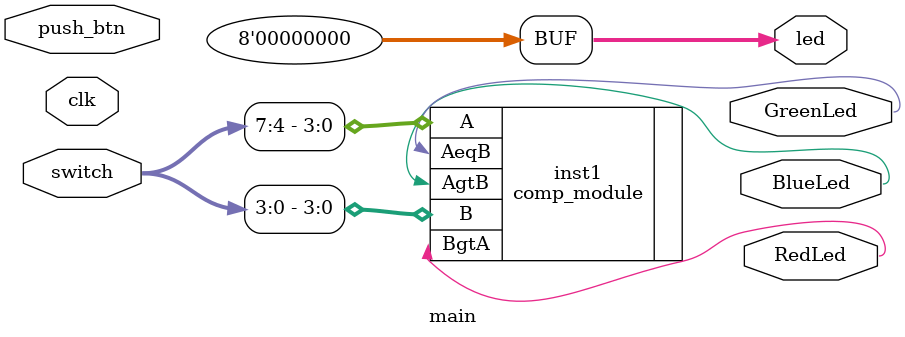
<source format=v>
`timescale 1ns / 1ps
module main(
    input [7:0] switch,
    output [7:0] led,
    input clk,
    input push_btn,
	 output RedLed,
	 output GreenLed,
	 output BlueLed
    );

comp_module inst1(
	.A(switch[7:4]),
	.B(switch[3:0]),
	.AgtB(BlueLed),
	.AeqB(GreenLed),
	.BgtA(RedLed)
	);
		
assign led[7:0] = 8'b0;

endmodule

</source>
